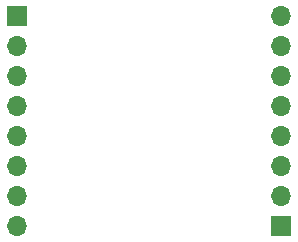
<source format=gbr>
%TF.GenerationSoftware,KiCad,Pcbnew,7.0.8-7.0.8~ubuntu22.04.1*%
%TF.CreationDate,2023-12-06T13:38:50-08:00*%
%TF.ProjectId,SolenoidDriver,536f6c65-6e6f-4696-9444-72697665722e,rev?*%
%TF.SameCoordinates,Original*%
%TF.FileFunction,Soldermask,Bot*%
%TF.FilePolarity,Negative*%
%FSLAX46Y46*%
G04 Gerber Fmt 4.6, Leading zero omitted, Abs format (unit mm)*
G04 Created by KiCad (PCBNEW 7.0.8-7.0.8~ubuntu22.04.1) date 2023-12-06 13:38:50*
%MOMM*%
%LPD*%
G01*
G04 APERTURE LIST*
%ADD10R,1.700000X1.700000*%
%ADD11O,1.700000X1.700000*%
G04 APERTURE END LIST*
D10*
%TO.C,J2*%
X103632000Y-62389000D03*
D11*
X103632000Y-59849000D03*
X103632000Y-57309000D03*
X103632000Y-54769000D03*
X103632000Y-52229000D03*
X103632000Y-49689000D03*
X103632000Y-47149000D03*
X103632000Y-44609000D03*
%TD*%
D10*
%TO.C,J1*%
X81280000Y-44624000D03*
D11*
X81280000Y-47164000D03*
X81280000Y-49704000D03*
X81280000Y-52244000D03*
X81280000Y-54784000D03*
X81280000Y-57324000D03*
X81280000Y-59864000D03*
X81280000Y-62404000D03*
%TD*%
M02*

</source>
